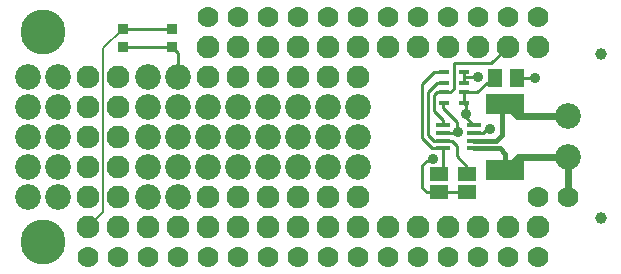
<source format=gbr>
G04 EAGLE Gerber RS-274X export*
G75*
%MOMM*%
%FSLAX34Y34*%
%LPD*%
%INTop Copper*%
%IPPOS*%
%AMOC8*
5,1,8,0,0,1.08239X$1,22.5*%
G01*
%ADD10C,3.810000*%
%ADD11C,1.778000*%
%ADD12C,1.930400*%
%ADD13R,1.200000X0.400000*%
%ADD14R,1.300000X1.500000*%
%ADD15R,1.600200X1.168400*%
%ADD16R,3.200000X1.800000*%
%ADD17C,2.184400*%
%ADD18R,0.900000X0.900000*%
%ADD19R,0.900000X0.450000*%
%ADD20C,1.000000*%
%ADD21C,0.254000*%
%ADD22C,0.906400*%
%ADD23C,0.203200*%
%ADD24C,0.609600*%
%ADD25C,0.406400*%


D10*
X25400Y203200D03*
X25400Y25400D03*
D11*
X165100Y215900D03*
X190500Y215900D03*
X215900Y215900D03*
X241300Y215900D03*
X266700Y215900D03*
X292100Y215900D03*
X317500Y215900D03*
X342900Y215900D03*
X368300Y215900D03*
X393700Y215900D03*
X419100Y215900D03*
X444500Y215900D03*
X165100Y12700D03*
X190500Y12700D03*
X215900Y12700D03*
X241300Y12700D03*
X266700Y12700D03*
X292100Y12700D03*
X317500Y12700D03*
X342900Y12700D03*
X368300Y12700D03*
X393700Y12700D03*
X419100Y12700D03*
X444500Y12700D03*
X139700Y12700D03*
X114300Y12700D03*
X88900Y12700D03*
X63500Y12700D03*
D12*
X444500Y38100D03*
X419100Y38100D03*
X393700Y38100D03*
X368300Y38100D03*
X342900Y38100D03*
X317500Y38100D03*
X292100Y38100D03*
X266700Y38100D03*
X241300Y38100D03*
X215900Y38100D03*
X190500Y38100D03*
X165100Y38100D03*
X139700Y38100D03*
X114300Y38100D03*
X88900Y38100D03*
X63500Y38100D03*
X165100Y190500D03*
X190500Y190500D03*
X215900Y190500D03*
X241300Y190500D03*
X266700Y190500D03*
X292100Y190500D03*
X317500Y190500D03*
X342900Y190500D03*
X368300Y190500D03*
X393700Y190500D03*
X419100Y190500D03*
X444500Y190500D03*
D13*
X390190Y104550D03*
X364190Y104550D03*
X390190Y111050D03*
X390190Y117550D03*
X390190Y124050D03*
X364190Y124050D03*
X364190Y117550D03*
X364190Y111050D03*
D14*
X408330Y163830D03*
X427330Y163830D03*
D15*
X384810Y67310D03*
X384810Y82550D03*
X360680Y67310D03*
X360680Y82550D03*
D16*
X416560Y142300D03*
X416560Y86300D03*
D17*
X469900Y132300D03*
X469900Y97300D03*
D11*
X444500Y63500D03*
X469900Y63500D03*
D18*
X134800Y206120D03*
X134800Y190120D03*
X93800Y190120D03*
X93800Y206120D03*
D19*
X381880Y169210D03*
X364880Y169210D03*
X381880Y160210D03*
X381880Y152210D03*
X381880Y143210D03*
X364880Y143210D03*
X364880Y160210D03*
X364880Y152210D03*
D20*
X497840Y45720D03*
X497840Y184150D03*
D17*
X139700Y63500D03*
X139700Y88900D03*
X139700Y114300D03*
X139700Y139700D03*
X139700Y165100D03*
D21*
X390190Y117550D02*
X398220Y117550D01*
X402590Y121920D01*
X403860Y120650D01*
D22*
X403860Y120650D03*
D21*
X427330Y163830D02*
X441960Y163830D01*
D22*
X441960Y163830D03*
D21*
X134800Y190120D02*
X93800Y190120D01*
X381880Y169210D02*
X381880Y164686D01*
X381880Y160210D01*
X381880Y164686D02*
X382294Y165100D01*
X393700Y165100D01*
D22*
X393700Y165100D03*
D21*
X139700Y185220D02*
X134800Y190120D01*
X139700Y185220D02*
X139700Y165100D01*
D23*
X76200Y50800D02*
X63500Y38100D01*
X76200Y50800D02*
X76200Y189230D01*
X93090Y206120D01*
X93800Y206120D01*
D21*
X134800Y206120D01*
X364190Y128570D02*
X364190Y124050D01*
X364190Y128570D02*
X356870Y135890D01*
X373380Y176530D02*
X405130Y176530D01*
X419100Y190500D01*
X373380Y176530D02*
X373380Y154940D01*
X370650Y152210D01*
X364880Y152210D01*
X356870Y149860D02*
X356870Y135890D01*
X356870Y149860D02*
X359410Y152400D01*
X364690Y152400D01*
X364880Y152210D01*
X364190Y117550D02*
X374090Y117550D01*
X375920Y119380D01*
X375920Y127000D01*
X364490Y138430D01*
X364490Y141850D01*
D22*
X377190Y118110D03*
D21*
X364880Y142240D02*
X364880Y143210D01*
X364880Y142240D02*
X364490Y141850D01*
X375920Y119380D02*
X377190Y118110D01*
X364190Y86060D02*
X360680Y82550D01*
X364190Y86060D02*
X364190Y104550D01*
X355190Y104550D01*
X346710Y113030D01*
X346710Y158750D01*
X356870Y168910D01*
X364580Y168910D01*
X364880Y169210D01*
X384810Y88900D02*
X384810Y82550D01*
X384810Y88900D02*
X375920Y97790D01*
X375920Y106680D01*
X371550Y111050D01*
X364190Y111050D01*
X384810Y82550D02*
X389010Y82550D01*
X356310Y111050D02*
X351790Y115570D01*
X356310Y111050D02*
X364190Y111050D01*
X351790Y115570D02*
X351790Y152400D01*
X359410Y160020D01*
X364690Y160020D01*
X364880Y160210D01*
D24*
X427560Y97300D02*
X416560Y86300D01*
X427560Y97300D02*
X469900Y97300D01*
D25*
X412280Y104550D02*
X390190Y104550D01*
X412280Y104550D02*
X416560Y100270D01*
X416560Y86300D01*
D24*
X469900Y97300D02*
X469900Y63500D01*
X426560Y132300D02*
X416560Y142300D01*
X426560Y132300D02*
X469900Y132300D01*
D25*
X409500Y111050D02*
X390190Y111050D01*
X409500Y111050D02*
X414020Y115570D01*
X414020Y139760D01*
X416560Y142300D01*
D17*
X114300Y63500D03*
X114300Y88900D03*
X114300Y114300D03*
X114300Y139700D03*
X114300Y165100D03*
D21*
X360680Y67310D02*
X384810Y67310D01*
X384420Y129820D02*
X384420Y133350D01*
X384420Y129820D02*
X390190Y124050D01*
D22*
X383540Y133350D03*
D21*
X384420Y133350D01*
D22*
X355600Y95250D03*
D21*
X360680Y67310D02*
X350520Y67310D01*
X346710Y71120D01*
X346710Y90170D01*
X350520Y93980D01*
X354330Y93980D01*
X355600Y95250D01*
X383540Y133350D02*
X383540Y141550D01*
X381880Y143210D01*
X381880Y152210D01*
X393510Y152210D01*
X401320Y160020D01*
X404520Y160020D01*
X408330Y163830D01*
D12*
X63500Y165100D03*
D17*
X38100Y165100D03*
X12700Y165100D03*
X12700Y139700D03*
X38100Y139700D03*
D12*
X63500Y139700D03*
X63500Y114300D03*
D17*
X38100Y114300D03*
X12700Y114300D03*
X12700Y88900D03*
X38100Y88900D03*
D12*
X63500Y88900D03*
X63500Y63500D03*
D17*
X38100Y63500D03*
X12700Y63500D03*
D12*
X88900Y63500D03*
X88900Y88900D03*
X88900Y114300D03*
X88900Y139700D03*
X88900Y165100D03*
X165100Y165100D03*
X190500Y165100D03*
X215900Y165100D03*
D17*
X165100Y139700D03*
X165100Y114300D03*
X165100Y88900D03*
D12*
X165100Y63500D03*
X190500Y63500D03*
D17*
X190500Y88900D03*
X190500Y114300D03*
X190500Y139700D03*
X215900Y139700D03*
X215900Y114300D03*
X215900Y88900D03*
D12*
X215900Y63500D03*
X241300Y63500D03*
D17*
X241300Y88900D03*
D12*
X241300Y165100D03*
D17*
X241300Y139700D03*
X241300Y114300D03*
D12*
X266700Y63500D03*
D17*
X266700Y88900D03*
X266700Y114300D03*
X266700Y139700D03*
D12*
X266700Y165100D03*
X292100Y165100D03*
D17*
X292100Y139700D03*
X292100Y114300D03*
X292100Y88900D03*
D12*
X292100Y63500D03*
M02*

</source>
